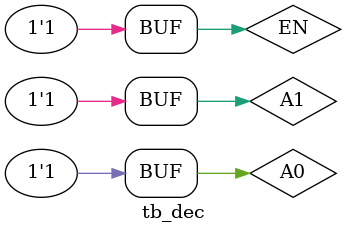
<source format=v>
module dec_db(input EN,A1,A0,output D0,D1,D2,D3);
  assign D0=(EN&~A1&~A0);
  assign D1=(EN&~A1&A0);
  assign D2=(EN&A1&~A0);
  assign D3=(EN&A1&A0);
endmodule
module tb_dec;
  reg EN,A1,A0;
  wire D0,D1,D2,D3;
  dec_db tb_dec(EN,A1,A0,D0,D1,D2,D3);
  initial begin
    $dumpfile("dump.vcd");
    $dumpvars;
    EN=1'b0;A1=1'bx;A0=1'bx;
    #10;
    EN=1'b1;A1=1'b0;A0=1'b0;
    #10;
    EN=1'b1;A1=1'b0;A0=1'b1;
    #10;
    EN=1'b1;A1=1'b1;A0=1'b0;
    #10;
    EN=1'b1;A1=1'b1;A0=1'b1;
  end
  always@(D0,D1,D2,D3)
    $display("At time %0t: EN=%b;A1=%b,A0=%b,D0=%b,D1=%b,D2=%b,D3=%b",$time,EN,A1,A0,D0,D1,D2,D3);
endmodule

</source>
